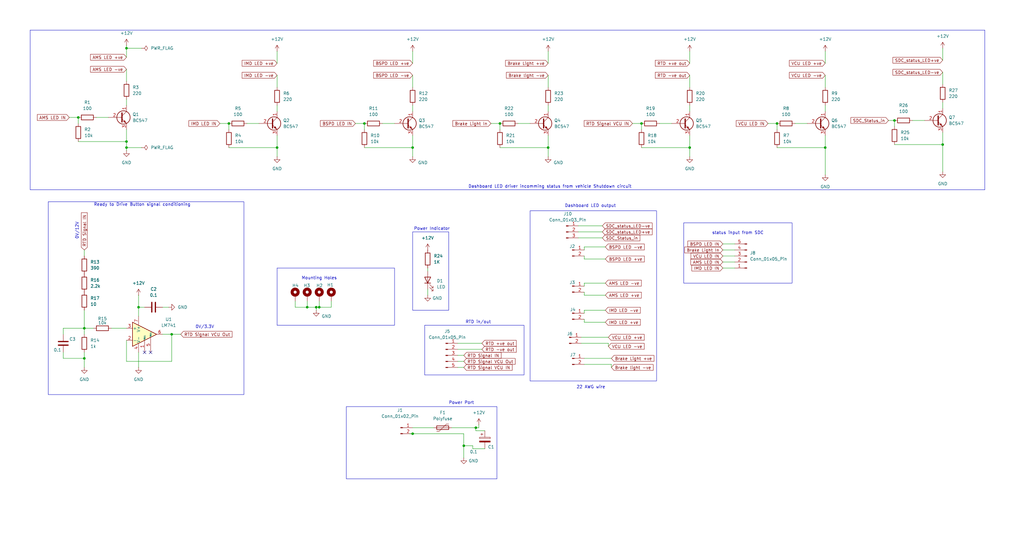
<source format=kicad_sch>
(kicad_sch (version 20231120) (generator "eeschema") (generator_version "8.0")
  (paper "User" 431.8 228.6)
  (lib_symbols
    (symbol "Amplifier_Operational:LM741" (pin_names (offset 0.127))
      (property "Reference" "U" (at 0 6.35 0))
      (property "Value" "LM741" (at 0 3.81 0))
      (symbol "LM741_0_1"
        (polyline (pts (xy -5.08 5.08) (xy 5.08 0) (xy -5.08 -5.08) (xy -5.08 5.08)) (stroke (width 0.254)) (fill (type background)))
      )
      (symbol "LM741_1_1"
        (pin input line (at 0 -7.62 90) (length 5.08) (name "NULL") (number "1"))
        (pin input line (at -7.62 -2.54 0) (length 2.54) (name "-") (number "2"))
        (pin input line (at -7.62 2.54 0) (length 2.54) (name "+") (number "3"))
        (pin power_in line (at -2.54 -7.62 90) (length 3.81) (name "V-") (number "4"))
        (pin input line (at 2.54 -7.62 90) (length 6.35) (name "NULL") (number "5"))
        (pin output line (at 7.62 0 180) (length 2.54) (name "~") (number "6"))
        (pin power_in line (at -2.54 7.62 270) (length 3.81) (name "V+") (number "7"))
        (pin no_connect line (at 0 2.54 270) (length 2.54) hide (name "NC") (number "8"))
      )
    )
    (symbol "Connector:Conn_01x02_Pin" (pin_names (offset 1.016) hide)
      (property "Reference" "J" (at 0 2.54 0))
      (property "Value" "Conn_01x02_Pin" (at 0 -5.08 0))
      (symbol "Conn_01x02_Pin_1_1"
        (polyline (pts (xy 1.27 -2.54) (xy 0.8636 -2.54)) (stroke (width 0.1524)))
        (polyline (pts (xy 1.27 0) (xy 0.8636 0)) (stroke (width 0.1524)))
        (rectangle (start 0.8636 -2.413) (end 0 -2.667) (stroke (width 0.1524)) (fill (type outline)))
        (rectangle (start 0.8636 0.127) (end 0 -0.127) (stroke (width 0.1524)) (fill (type outline)))
        (pin passive line (at 5.08 0 180) (length 3.81) (name "Pin_1") (number "1"))
        (pin passive line (at 5.08 -2.54 180) (length 3.81) (name "Pin_2") (number "2"))
      )
    )
    (symbol "Connector:Conn_01x03_Pin" (pin_names (offset 1.016) hide)
      (property "Reference" "J" (at 0 5.08 0))
      (property "Value" "Conn_01x03_Pin" (at 0 -5.08 0))
      (symbol "Conn_01x03_Pin_1_1"
        (polyline (pts (xy 1.27 -2.54) (xy 0.8636 -2.54)) (stroke (width 0.1524)))
        (polyline (pts (xy 1.27 0) (xy 0.8636 0)) (stroke (width 0.1524)))
        (polyline (pts (xy 1.27 2.54) (xy 0.8636 2.54)) (stroke (width 0.1524)))
        (rectangle (start 0.8636 -2.413) (end 0 -2.667) (stroke (width 0.1524)) (fill (type outline)))
        (rectangle (start 0.8636 0.127) (end 0 -0.127) (stroke (width 0.1524)) (fill (type outline)))
        (rectangle (start 0.8636 2.667) (end 0 2.413) (stroke (width 0.1524)) (fill (type outline)))
        (pin passive line (at 5.08 2.54 180) (length 3.81) (name "Pin_1") (number "1"))
        (pin passive line (at 5.08 0 180) (length 3.81) (name "Pin_2") (number "2"))
        (pin passive line (at 5.08 -2.54 180) (length 3.81) (name "Pin_3") (number "3"))
      )
    )
    (symbol "Connector:Conn_01x05_Pin" (pin_names (offset 1.016) hide)
      (property "Reference" "J" (at 0 7.62 0))
      (property "Value" "Conn_01x05_Pin" (at 0 -7.62 0))
      (symbol "Conn_01x05_Pin_1_1"
        (polyline (pts (xy 1.27 -5.08) (xy 0.8636 -5.08)) (stroke (width 0.1524)))
        (polyline (pts (xy 1.27 -2.54) (xy 0.8636 -2.54)) (stroke (width 0.1524)))
        (polyline (pts (xy 1.27 0) (xy 0.8636 0)) (stroke (width 0.1524)))
        (polyline (pts (xy 1.27 2.54) (xy 0.8636 2.54)) (stroke (width 0.1524)))
        (polyline (pts (xy 1.27 5.08) (xy 0.8636 5.08)) (stroke (width 0.1524)))
        (rectangle (start 0.8636 -4.953) (end 0 -5.207) (stroke (width 0.1524)) (fill (type outline)))
        (rectangle (start 0.8636 -2.413) (end 0 -2.667) (stroke (width 0.1524)) (fill (type outline)))
        (rectangle (start 0.8636 0.127) (end 0 -0.127) (stroke (width 0.1524)) (fill (type outline)))
        (rectangle (start 0.8636 2.667) (end 0 2.413) (stroke (width 0.1524)) (fill (type outline)))
        (rectangle (start 0.8636 5.207) (end 0 4.953) (stroke (width 0.1524)) (fill (type outline)))
        (pin passive line (at 5.08 5.08 180) (length 3.81) (name "Pin_1") (number "1"))
        (pin passive line (at 5.08 2.54 180) (length 3.81) (name "Pin_2") (number "2"))
        (pin passive line (at 5.08 0 180) (length 3.81) (name "Pin_3") (number "3"))
        (pin passive line (at 5.08 -2.54 180) (length 3.81) (name "Pin_4") (number "4"))
        (pin passive line (at 5.08 -5.08 180) (length 3.81) (name "Pin_5") (number "5"))
      )
    )
    (symbol "Device:C" (pin_numbers hide) (pin_names (offset 0.254))
      (property "Reference" "C" (at 0.635 2.54 0))
      (property "Value" "C" (at 0.635 -2.54 0))
      (symbol "C_0_1"
        (polyline (pts (xy -2.032 -0.762) (xy 2.032 -0.762)) (stroke (width 0.508)))
        (polyline (pts (xy -2.032 0.762) (xy 2.032 0.762)) (stroke (width 0.508)))
      )
      (symbol "C_1_1"
        (pin passive line (at 0 3.81 270) (length 2.794) (name "~") (number "1"))
        (pin passive line (at 0 -3.81 90) (length 2.794) (name "~") (number "2"))
      )
    )
    (symbol "Device:C_Polarized" (pin_numbers hide) (pin_names (offset 0.254))
      (property "Reference" "C" (at 0.635 2.54 0))
      (property "Value" "C_Polarized" (at 0.635 -2.54 0))
      (symbol "C_Polarized_0_1"
        (rectangle (start -2.286 0.508) (end 2.286 1.016))
        (polyline (pts (xy -1.778 2.286) (xy -0.762 2.286)))
        (polyline (pts (xy -1.27 2.794) (xy -1.27 1.778)))
        (rectangle (start 2.286 -0.508) (end -2.286 -1.016) (fill (type outline)))
      )
      (symbol "C_Polarized_1_1"
        (pin passive line (at 0 3.81 270) (length 2.794) (name "~") (number "1"))
        (pin passive line (at 0 -3.81 90) (length 2.794) (name "~") (number "2"))
      )
    )
    (symbol "Device:LED" (pin_numbers hide) (pin_names (offset 1.016) hide)
      (property "Reference" "D" (at 0 2.54 0))
      (property "Value" "LED" (at 0 -2.54 0))
      (symbol "LED_0_1"
        (polyline (pts (xy -1.27 -1.27) (xy -1.27 1.27)) (stroke (width 0.254)))
        (polyline (pts (xy -1.27 0) (xy 1.27 0)))
        (polyline (pts (xy 1.27 -1.27) (xy 1.27 1.27) (xy -1.27 0) (xy 1.27 -1.27)) (stroke (width 0.254)))
        (polyline (pts (xy -3.048 -0.762) (xy -4.572 -2.286) (xy -3.81 -2.286) (xy -4.572 -2.286) (xy -4.572 -1.524)))
        (polyline (pts (xy -1.778 -0.762) (xy -3.302 -2.286) (xy -2.54 -2.286) (xy -3.302 -2.286) (xy -3.302 -1.524)))
      )
      (symbol "LED_1_1"
        (pin passive line (at -3.81 0 0) (length 2.54) (name "K") (number "1"))
        (pin passive line (at 3.81 0 180) (length 2.54) (name "A") (number "2"))
      )
    )
    (symbol "Device:Polyfuse" (pin_numbers hide) (pin_names (offset 0))
      (property "Reference" "F" (at -2.54 0 90))
      (property "Value" "Polyfuse" (at 2.54 0 90))
      (symbol "Polyfuse_0_1"
        (rectangle (start -0.762 2.54) (end 0.762 -2.54) (stroke (width 0.254)))
        (polyline (pts (xy 0 2.54) (xy 0 -2.54)))
        (polyline (pts (xy -1.524 2.54) (xy -1.524 1.524) (xy 1.524 -1.524) (xy 1.524 -2.54)))
      )
      (symbol "Polyfuse_1_1"
        (pin passive line (at 0 3.81 270) (length 1.27) (name "~") (number "1"))
        (pin passive line (at 0 -3.81 90) (length 1.27) (name "~") (number "2"))
      )
    )
    (symbol "Device:R" (pin_numbers hide) (pin_names (offset 0))
      (property "Reference" "R" (at 2.032 0 90))
      (property "Value" "R" (at 0 0 90))
      (symbol "R_0_1"
        (rectangle (start -1.016 -2.54) (end 1.016 2.54) (stroke (width 0.254)))
      )
      (symbol "R_1_1"
        (pin passive line (at 0 3.81 270) (length 1.27) (name "~") (number "1"))
        (pin passive line (at 0 -3.81 90) (length 1.27) (name "~") (number "2"))
      )
    )
    (symbol "Mechanical:MountingHole_Pad_MP" (pin_numbers hide) (pin_names (offset 1.016) hide) (exclude_from_sim yes) (in_bom no)
      (property "Reference" "H" (at 0 6.35 0))
      (property "Value" "MountingHole_Pad_MP" (at 0 4.445 0))
      (symbol "MountingHole_Pad_MP_0_1"
        (circle (center 0 1.27) (radius 1.27) (stroke (width 1.27)))
      )
      (symbol "MountingHole_Pad_MP_1_1"
        (pin input line (at 0 -2.54 90) (length 2.54) (name "MP") (number "MP"))
      )
    )
    (symbol "Transistor_BJT:BC547" (pin_names (offset 0) hide)
      (property "Reference" "Q" (at 5.08 1.905 0))
      (property "Value" "BC547" (at 5.08 0 0))
      (symbol "BC547_0_1"
        (polyline (pts (xy 0 0) (xy 0.635 0)))
        (polyline (pts (xy 0.635 0.635) (xy 2.54 2.54)))
        (polyline (pts (xy 0.635 -0.635) (xy 2.54 -2.54) (xy 2.54 -2.54)))
        (polyline (pts (xy 0.635 1.905) (xy 0.635 -1.905) (xy 0.635 -1.905)) (stroke (width 0.508)))
        (polyline (pts (xy 1.27 -1.778) (xy 1.778 -1.27) (xy 2.286 -2.286) (xy 1.27 -1.778) (xy 1.27 -1.778)) (fill (type outline)))
        (circle (center 1.27 0) (radius 2.8194) (stroke (width 0.254)))
      )
      (symbol "BC547_1_1"
        (pin passive line (at 2.54 5.08 270) (length 2.54) (name "C") (number "1"))
        (pin input line (at -5.08 0 0) (length 5.08) (name "B") (number "2"))
        (pin passive line (at 2.54 -5.08 90) (length 2.54) (name "E") (number "3"))
      )
    )
    (symbol "power:+12V" (power) (pin_numbers hide) (pin_names (offset 0) hide)
      (property "Value" "+12V" (at 0 3.556 0))
      (symbol "+12V_0_1"
        (polyline (pts (xy -0.762 1.27) (xy 0 2.54)))
        (polyline (pts (xy 0 0) (xy 0 2.54)))
        (polyline (pts (xy 0 2.54) (xy 0.762 1.27)))
      )
      (symbol "+12V_1_1"
        (pin power_in line (at 0 0 90) (length 0) (name "~") (number "1"))
      )
    )
    (symbol "power:GND" (power) (pin_numbers hide) (pin_names (offset 0) hide)
      (property "Value" "GND" (at 0 -3.81 0))
      (symbol "GND_0_1"
        (polyline (pts (xy 0 0) (xy 0 -1.27) (xy 1.27 -1.27) (xy 0 -2.54) (xy -1.27 -1.27) (xy 0 -1.27)))
      )
      (symbol "GND_1_1"
        (pin power_in line (at 0 0 270) (length 0) (name "~") (number "1"))
      )
    )
    (symbol "power:PWR_FLAG" (power) (pin_numbers hide) (pin_names (offset 0) hide)
      (property "Value" "PWR_FLAG" (at 0 3.81 0))
      (symbol "PWR_FLAG_0_0"
        (pin power_out line (at 0 0 90) (length 0) (name "~") (number "1"))
      )
      (symbol "PWR_FLAG_0_1"
        (polyline (pts (xy 0 0) (xy 0 1.27) (xy -1.016 1.905) (xy 0 2.54) (xy 1.016 1.905) (xy 0 1.27)))
      )
    )
  )
  (junction (at 53.34 59.69))
  (junction (at 53.34 62.23))
  (junction (at 133.35 129.54))
  (junction (at 200.66 180.34))
  (junction (at 377.19 50.8))
  (junction (at 53.34 20.32))
  (junction (at 116.84 62.23))
  (junction (at 397.51 60.96))
  (junction (at 290.83 62.23))
  (junction (at 58.42 129.54))
  (junction (at 129.54 129.54))
  (junction (at 134.62 129.54))
  (junction (at 270.51 52.07))
  (junction (at 231.14 62.23))
  (junction (at 96.52 52.07))
  (junction (at 35.56 138.43))
  (junction (at 195.58 187.96))
  (junction (at 210.82 52.07))
  (junction (at 347.98 62.23))
  (junction (at 173.99 62.23))
  (junction (at 72.39 140.97))
  (junction (at 35.56 151.13))
  (junction (at 33.02 49.53))
  (junction (at 327.66 52.07))
  (junction (at 153.67 52.07))
  (junction (at 173.99 182.88))
  (no_connect (at 63.5 148.59))
  (no_connect (at 60.96 148.59))
  (wire (pts (xy 173.99 62.23) (xy 173.99 66.04)))
  (wire (pts (xy 124.46 129.54) (xy 129.54 129.54)))
  (wire (pts (xy 35.56 148.59) (xy 35.56 151.13)))
  (wire (pts (xy 116.84 62.23) (xy 116.84 66.04)))
  (wire (pts (xy 347.98 21.59) (xy 347.98 26.67)))
  (wire (pts (xy 309.88 110.49) (xy 304.8 110.49)))
  (wire (pts (xy 58.42 124.46) (xy 58.42 129.54)))
  (wire (pts (xy 210.82 52.07) (xy 210.82 54.61)))
  (wire (pts (xy 243.84 97.79) (xy 254 97.79)))
  (wire (pts (xy 278.13 52.07) (xy 283.21 52.07)))
  (wire (pts (xy 397.51 43.18) (xy 397.51 45.72)))
  (wire (pts (xy 246.38 119.38) (xy 246.38 120.65)))
  (wire (pts (xy 116.84 57.15) (xy 116.84 62.23)))
  (wire (pts (xy 246.38 134.62) (xy 246.38 135.89)))
  (wire (pts (xy 255.27 109.22) (xy 246.38 109.22)))
  (wire (pts (xy 256.54 144.78) (xy 256.54 146.05)))
  (wire (pts (xy 72.39 140.97) (xy 72.39 152.4)))
  (wire (pts (xy 26.67 138.43) (xy 35.56 138.43)))
  (wire (pts (xy 246.38 132.08) (xy 246.38 130.81)))
  (wire (pts (xy 347.98 31.75) (xy 347.98 36.83)))
  (wire (pts (xy 246.38 135.89) (xy 255.27 135.89)))
  (wire (pts (xy 92.71 52.07) (xy 96.52 52.07)))
  (wire (pts (xy 290.83 62.23) (xy 290.83 66.04)))
  (wire (pts (xy 270.51 62.23) (xy 290.83 62.23)))
  (wire (pts (xy 193.04 147.32) (xy 203.2 147.32)))
  (wire (pts (xy 207.01 52.07) (xy 210.82 52.07)))
  (wire (pts (xy 53.34 54.61) (xy 53.34 59.69)))
  (wire (pts (xy 384.81 50.8) (xy 389.89 50.8)))
  (wire (pts (xy 200.66 181.61) (xy 200.66 180.34)))
  (wire (pts (xy 180.34 113.03) (xy 180.34 114.3)))
  (wire (pts (xy 129.54 129.54) (xy 133.35 129.54)))
  (wire (pts (xy 246.38 104.14) (xy 246.38 105.41)))
  (wire (pts (xy 129.54 129.54) (xy 129.54 127)))
  (wire (pts (xy 173.99 182.88) (xy 195.58 182.88)))
  (wire (pts (xy 96.52 52.07) (xy 96.52 54.61)))
  (wire (pts (xy 290.83 57.15) (xy 290.83 62.23)))
  (wire (pts (xy 347.98 62.23) (xy 347.98 73.66)))
  (wire (pts (xy 246.38 109.22) (xy 246.38 107.95)))
  (wire (pts (xy 139.7 129.54) (xy 139.7 127)))
  (wire (pts (xy 180.34 121.92) (xy 180.34 124.46)))
  (wire (pts (xy 201.93 179.07) (xy 201.93 180.34)))
  (wire (pts (xy 29.21 49.53) (xy 33.02 49.53)))
  (wire (pts (xy 53.34 152.4) (xy 53.34 143.51)))
  (wire (pts (xy 26.67 151.13) (xy 35.56 151.13)))
  (wire (pts (xy 35.56 130.81) (xy 35.56 138.43)))
  (wire (pts (xy 193.04 154.94) (xy 195.58 154.94)))
  (wire (pts (xy 246.38 153.67) (xy 257.81 153.67)))
  (wire (pts (xy 245.11 144.78) (xy 256.54 144.78)))
  (wire (pts (xy 190.5 180.34) (xy 200.66 180.34)))
  (wire (pts (xy 53.34 20.32) (xy 59.69 20.32)))
  (wire (pts (xy 255.27 124.46) (xy 246.38 124.46)))
  (wire (pts (xy 193.04 152.4) (xy 195.58 152.4)))
  (wire (pts (xy 134.62 129.54) (xy 139.7 129.54)))
  (wire (pts (xy 290.83 44.45) (xy 290.83 46.99)))
  (wire (pts (xy 347.98 57.15) (xy 347.98 62.23)))
  (wire (pts (xy 53.34 62.23) (xy 59.69 62.23)))
  (wire (pts (xy 33.02 59.69) (xy 53.34 59.69)))
  (wire (pts (xy 231.14 21.59) (xy 231.14 26.67)))
  (wire (pts (xy 96.52 62.23) (xy 116.84 62.23)))
  (wire (pts (xy 255.27 104.14) (xy 246.38 104.14)))
  (wire (pts (xy 397.51 55.88) (xy 397.51 60.96)))
  (wire (pts (xy 309.88 113.03) (xy 304.8 113.03)))
  (wire (pts (xy 68.58 129.54) (xy 71.12 129.54)))
  (wire (pts (xy 53.34 19.05) (xy 53.34 20.32)))
  (wire (pts (xy 35.56 138.43) (xy 35.56 140.97)))
  (wire (pts (xy 397.51 20.32) (xy 397.51 25.4)))
  (wire (pts (xy 53.34 59.69) (xy 53.34 62.23)))
  (wire (pts (xy 231.14 44.45) (xy 231.14 46.99)))
  (wire (pts (xy 134.62 129.54) (xy 134.62 127)))
  (wire (pts (xy 35.56 151.13) (xy 35.56 154.94)))
  (wire (pts (xy 161.29 52.07) (xy 166.37 52.07)))
  (wire (pts (xy 53.34 29.21) (xy 53.34 34.29)))
  (wire (pts (xy 290.83 21.59) (xy 290.83 26.67)))
  (wire (pts (xy 270.51 52.07) (xy 270.51 54.61)))
  (wire (pts (xy 133.35 129.54) (xy 133.35 130.81)))
  (wire (pts (xy 246.38 151.13) (xy 257.81 151.13)))
  (wire (pts (xy 58.42 129.54) (xy 58.42 133.35)))
  (wire (pts (xy 72.39 140.97) (xy 76.2 140.97)))
  (wire (pts (xy 173.99 180.34) (xy 182.88 180.34)))
  (wire (pts (xy 199.39 189.23) (xy 199.39 187.96)))
  (wire (pts (xy 35.56 105.41) (xy 35.56 107.95)))
  (wire (pts (xy 266.7 52.07) (xy 270.51 52.07)))
  (wire (pts (xy 201.93 180.34) (xy 200.66 180.34)))
  (wire (pts (xy 309.88 102.87) (xy 304.8 102.87)))
  (wire (pts (xy 195.58 182.88) (xy 195.58 187.96)))
  (wire (pts (xy 231.14 31.75) (xy 231.14 36.83)))
  (wire (pts (xy 397.51 30.48) (xy 397.51 35.56)))
  (wire (pts (xy 58.42 129.54) (xy 60.96 129.54)))
  (wire (pts (xy 133.35 129.54) (xy 134.62 129.54)))
  (wire (pts (xy 149.86 52.07) (xy 153.67 52.07)))
  (wire (pts (xy 173.99 31.75) (xy 173.99 36.83)))
  (wire (pts (xy 173.99 182.88) (xy 172.72 182.88)))
  (wire (pts (xy 290.83 31.75) (xy 290.83 36.83)))
  (wire (pts (xy 33.02 49.53) (xy 33.02 52.07)))
  (wire (pts (xy 193.04 149.86) (xy 195.58 149.86)))
  (wire (pts (xy 231.14 57.15) (xy 231.14 62.23)))
  (wire (pts (xy 116.84 21.59) (xy 116.84 26.67)))
  (wire (pts (xy 173.99 57.15) (xy 173.99 62.23)))
  (wire (pts (xy 153.67 52.07) (xy 153.67 54.61)))
  (wire (pts (xy 397.51 60.96) (xy 397.51 72.39)))
  (wire (pts (xy 46.99 138.43) (xy 53.34 138.43)))
  (wire (pts (xy 173.99 44.45) (xy 173.99 46.99)))
  (wire (pts (xy 53.34 62.23) (xy 53.34 63.5)))
  (wire (pts (xy 195.58 187.96) (xy 195.58 193.04)))
  (wire (pts (xy 53.34 41.91) (xy 53.34 44.45)))
  (wire (pts (xy 26.67 148.59) (xy 26.67 151.13)))
  (wire (pts (xy 309.88 105.41) (xy 304.8 105.41)))
  (wire (pts (xy 35.56 138.43) (xy 39.37 138.43)))
  (wire (pts (xy 245.11 142.24) (xy 256.54 142.24)))
  (wire (pts (xy 243.84 100.33) (xy 254 100.33)))
  (wire (pts (xy 323.85 52.07) (xy 327.66 52.07)))
  (wire (pts (xy 327.66 52.07) (xy 327.66 54.61)))
  (wire (pts (xy 243.84 95.25) (xy 254 95.25)))
  (wire (pts (xy 204.47 189.23) (xy 199.39 189.23)))
  (wire (pts (xy 210.82 62.23) (xy 231.14 62.23)))
  (wire (pts (xy 246.38 124.46) (xy 246.38 123.19)))
  (wire (pts (xy 53.34 20.32) (xy 53.34 24.13)))
  (wire (pts (xy 68.58 140.97) (xy 72.39 140.97)))
  (wire (pts (xy 153.67 62.23) (xy 173.99 62.23)))
  (wire (pts (xy 40.64 49.53) (xy 45.72 49.53)))
  (wire (pts (xy 257.81 153.67) (xy 257.81 154.94)))
  (wire (pts (xy 116.84 44.45) (xy 116.84 46.99)))
  (wire (pts (xy 377.19 60.96) (xy 397.51 60.96)))
  (wire (pts (xy 246.38 130.81) (xy 255.27 130.81)))
  (wire (pts (xy 327.66 62.23) (xy 347.98 62.23)))
  (wire (pts (xy 374.65 50.8) (xy 377.19 50.8)))
  (wire (pts (xy 124.46 127) (xy 124.46 129.54)))
  (wire (pts (xy 72.39 152.4) (xy 53.34 152.4)))
  (wire (pts (xy 309.88 107.95) (xy 304.8 107.95)))
  (wire (pts (xy 218.44 52.07) (xy 223.52 52.07)))
  (wire (pts (xy 58.42 148.59) (xy 58.42 154.94)))
  (wire (pts (xy 173.99 21.59) (xy 173.99 26.67)))
  (wire (pts (xy 199.39 187.96) (xy 195.58 187.96)))
  (wire (pts (xy 26.67 138.43) (xy 26.67 140.97)))
  (wire (pts (xy 347.98 44.45) (xy 347.98 46.99)))
  (wire (pts (xy 377.19 50.8) (xy 377.19 53.34)))
  (wire (pts (xy 231.14 62.23) (xy 231.14 66.04)))
  (wire (pts (xy 193.04 144.78) (xy 203.2 144.78)))
  (wire (pts (xy 104.14 52.07) (xy 109.22 52.07)))
  (wire (pts (xy 204.47 181.61) (xy 200.66 181.61)))
  (wire (pts (xy 335.28 52.07) (xy 340.36 52.07)))
  (wire (pts (xy 255.27 119.38) (xy 246.38 119.38)))
  (wire (pts (xy 116.84 31.75) (xy 116.84 36.83)))
  (rectangle (start 173.99 97.79) (end 189.23 130.81))
  (rectangle (start 146.05 171.45) (end 209.55 201.93))
  (rectangle (start 20.32 85.09) (end 102.87 166.37))
  (rectangle (start 223.52 88.9) (end 276.86 160.655))
  (rectangle (start 116.84 113.03) (end 166.37 137.16))
  (rectangle (start 288.29 93.98) (end 334.01 119.38))
  (rectangle (start 12.7 12.7) (end 415.29 80.01))
  (rectangle (start 179.07 137.16) (end 220.98 158.115))
  (text "Dashboard LED driver incomming status from vehicle Shutdown circuit" (at 231.902 78.74 0) (effects (font (size 1.27 1.27))))
  (text "Mounting Holes\n" (at 134.62 117.348 0) (effects (font (size 1.27 1.27))))
  (text "Ready to Drive Button signal conditioning" (at 59.944 86.36 0) (effects (font (size 1.27 1.27))))
  (text "status input from SDC" (at 311.15 98.298 0) (effects (font (size 1.27 1.27))))
  (text "0V/12V" (at 32.512 97.282 90) (effects (font (size 1.27 1.27))))
  (text "Power Indicator" (at 182.118 96.52 0) (effects (font (size 1.27 1.27))))
  (text "RTD in/out" (at 201.676 135.89 0) (effects (font (size 1.27 1.27))))
  (text "Dashboard LED output\n" (at 248.92 86.868 0) (effects (font (size 1.27 1.27))))
  (text "22 AWG wire" (at 249.174 163.322 0) (effects (font (size 1.27 1.27))))
  (text "Power Port\n" (at 194.564 169.926 0) (effects (font (size 1.27 1.27))))
  (text "0V/3.3V" (at 86.36 137.922 0) (effects (font (size 1.27 1.27))))
  (global_label "BSPD LED +ve" (shape input) (at 255.27 109.22 0) (property "Intersheetrefs" "${INTERSHEET_REFS}" (effects (hide yes))))
  (global_label "BSPD LED -ve" (shape input) (at 255.27 104.14 0) (property "Intersheetrefs" "${INTERSHEET_REFS}" (effects (hide yes))))
  (global_label "SDC_status_LED-ve" (shape input) (at 254 95.25 0) (property "Intersheetrefs" "${INTERSHEET_REFS}" (effects (hide yes))))
  (global_label "SDC_status_LED-ve" (shape input) (at 397.51 30.48 180) (property "Intersheetrefs" "${INTERSHEET_REFS}" (effects (hide yes))))
  (global_label "Brake Light In" (shape input) (at 207.01 52.07 180) (property "Intersheetrefs" "${INTERSHEET_REFS}" (effects (hide yes))))
  (global_label "RTD Signal IN" (shape input) (at 195.58 149.86 0) (property "Intersheetrefs" "${INTERSHEET_REFS}" (effects (hide yes))))
  (global_label "IMD LED IN" (shape input) (at 304.8 113.03 180) (property "Intersheetrefs" "${INTERSHEET_REFS}" (effects (hide yes))))
  (global_label "VCU LED IN" (shape input) (at 323.85 52.07 180) (property "Intersheetrefs" "${INTERSHEET_REFS}" (effects (hide yes))))
  (global_label "RTD Signal VCU IN" (shape input) (at 195.58 154.94 0) (property "Intersheetrefs" "${INTERSHEET_REFS}" (effects (hide yes))))
  (global_label "RTD -ve out" (shape input) (at 290.83 31.75 180) (property "Intersheetrefs" "${INTERSHEET_REFS}" (effects (hide yes))))
  (global_label "BSPD LED -ve" (shape input) (at 173.99 31.75 180) (property "Intersheetrefs" "${INTERSHEET_REFS}" (effects (hide yes))))
  (global_label "RTD Signal VCU Out" (shape input) (at 76.2 140.97 0) (property "Intersheetrefs" "${INTERSHEET_REFS}" (effects (hide yes))))
  (global_label "IMD LED +ve" (shape input) (at 116.84 26.67 180) (property "Intersheetrefs" "${INTERSHEET_REFS}" (effects (hide yes))))
  (global_label "SDC_Status_in" (shape input) (at 374.65 50.8 180) (property "Intersheetrefs" "${INTERSHEET_REFS}" (effects (hide yes))))
  (global_label "RTD +ve out" (shape input) (at 203.2 144.78 0) (property "Intersheetrefs" "${INTERSHEET_REFS}" (effects (hide yes))))
  (global_label "Brake Light In" (shape input) (at 304.8 105.41 180) (property "Intersheetrefs" "${INTERSHEET_REFS}" (effects (hide yes))))
  (global_label "RTD -ve out" (shape input) (at 203.2 147.32 0) (property "Intersheetrefs" "${INTERSHEET_REFS}" (effects (hide yes))))
  (global_label "Brake light -ve" (shape input) (at 257.81 154.94 0) (property "Intersheetrefs" "${INTERSHEET_REFS}" (effects (hide yes))))
  (global_label "Brake light -ve" (shape input) (at 231.14 31.75 180) (property "Intersheetrefs" "${INTERSHEET_REFS}" (effects (hide yes))))
  (global_label "BSPD LED IN" (shape input) (at 304.8 102.87 180) (property "Intersheetrefs" "${INTERSHEET_REFS}" (effects (hide yes))))
  (global_label "IMD LED -ve" (shape input) (at 255.27 130.81 0) (property "Intersheetrefs" "${INTERSHEET_REFS}" (effects (hide yes))))
  (global_label "AMS LED -ve" (shape input) (at 53.34 29.21 180) (property "Intersheetrefs" "${INTERSHEET_REFS}" (effects (hide yes))))
  (global_label "BSPD LED IN" (shape input) (at 149.86 52.07 180) (property "Intersheetrefs" "${INTERSHEET_REFS}" (effects (hide yes))))
  (global_label "RTD Signal IN" (shape input) (at 35.56 105.41 90) (property "Intersheetrefs" "${INTERSHEET_REFS}" (effects (hide yes))))
  (global_label "VCU LED -ve" (shape input) (at 347.98 31.75 180) (property "Intersheetrefs" "${INTERSHEET_REFS}" (effects (hide yes))))
  (global_label "Brake Light +ve" (shape input) (at 231.14 26.67 180) (property "Intersheetrefs" "${INTERSHEET_REFS}" (effects (hide yes))))
  (global_label "IMD LED +ve" (shape input) (at 255.27 135.89 0) (property "Intersheetrefs" "${INTERSHEET_REFS}" (effects (hide yes))))
  (global_label "VCU LED -ve" (shape input) (at 256.54 146.05 0) (property "Intersheetrefs" "${INTERSHEET_REFS}" (effects (hide yes))))
  (global_label "SDC_status_LED+ve" (shape input) (at 397.51 25.4 180) (property "Intersheetrefs" "${INTERSHEET_REFS}" (effects (hide yes))))
  (global_label "IMD LED -ve" (shape input) (at 116.84 31.75 180) (property "Intersheetrefs" "${INTERSHEET_REFS}" (effects (hide yes))))
  (global_label "BSPD LED +ve" (shape input) (at 173.99 26.67 180) (property "Intersheetrefs" "${INTERSHEET_REFS}" (effects (hide yes))))
  (global_label "AMS LED +ve" (shape input) (at 53.34 24.13 180) (property "Intersheetrefs" "${INTERSHEET_REFS}" (effects (hide yes))))
  (global_label "RTD Signal VCU IN" (shape input) (at 266.7 52.07 180) (property "Intersheetrefs" "${INTERSHEET_REFS}" (effects (hide yes))))
  (global_label "RTD Signal VCU Out" (shape input) (at 195.58 152.4 0) (property "Intersheetrefs" "${INTERSHEET_REFS}" (effects (hide yes))))
  (global_label "IMD LED IN" (shape input) (at 92.71 52.07 180) (property "Intersheetrefs" "${INTERSHEET_REFS}" (effects (hide yes))))
  (global_label "AMS LED IN" (shape input) (at 304.8 110.49 180) (property "Intersheetrefs" "${INTERSHEET_REFS}" (effects (hide yes))))
  (global_label "AMS LED +ve" (shape input) (at 255.27 124.46 0) (property "Intersheetrefs" "${INTERSHEET_REFS}" (effects (hide yes))))
  (global_label "VCU LED +ve" (shape input) (at 347.98 26.67 180) (property "Intersheetrefs" "${INTERSHEET_REFS}" (effects (hide yes))))
  (global_label "VCU LED +ve" (shape input) (at 256.54 142.24 0) (property "Intersheetrefs" "${INTERSHEET_REFS}" (effects (hide yes))))
  (global_label "VCU LED IN" (shape input) (at 304.8 107.95 180) (property "Intersheetrefs" "${INTERSHEET_REFS}" (effects (hide yes))))
  (global_label "SDC_Status_in" (shape input) (at 254 100.33 0) (property "Intersheetrefs" "${INTERSHEET_REFS}" (effects (hide yes))))
  (global_label "Brake Light +ve" (shape input) (at 257.81 151.13 0) (property "Intersheetrefs" "${INTERSHEET_REFS}" (effects (hide yes))))
  (global_label "SDC_status_LED+ve" (shape input) (at 254 97.79 0) (property "Intersheetrefs" "${INTERSHEET_REFS}" (effects (hide yes))))
  (global_label "AMS LED IN" (shape input) (at 29.21 49.53 180) (property "Intersheetrefs" "${INTERSHEET_REFS}" (effects (hide yes))))
  (global_label "RTD +ve out" (shape input) (at 290.83 26.67 180) (property "Intersheetrefs" "${INTERSHEET_REFS}" (effects (hide yes))))
  (global_label "AMS LED -ve" (shape input) (at 255.27 119.38 0) (property "Intersheetrefs" "${INTERSHEET_REFS}" (effects (hide yes))))
  (symbol (lib_id "power:+12V") (at 58.42 124.46 0) (unit 1)
    (property "Reference" "#PWR013" (effects (hide yes)))
    (property "Value" "+12V" (at 58.42 119.38 0))
    (property "Description" "Power symbol creates a global label with name \"+12V\"" (effects (hide yes)))
  )
  (symbol (lib_id "Transistor_BJT:BC547") (at 345.44 52.07 0) (unit 1)
    (property "Reference" "Q6" (at 350.52 50.7999 0) (effects (justify left)))
    (property "Value" "BC547" (at 350.52 53.3399 0) (effects (justify left)))
    (property "Footprint" "Package_TO_SOT_THT:TO-92_Inline" (effects (hide yes)))
    (property "Datasheet" "https://www.onsemi.com/pub/Collateral/BC550-D.pdf" (effects (hide yes)))
    (property "Description" "0.1A Ic, 45V Vce, Small Signal NPN Transistor, TO-92" (effects (hide yes)))
  )
  (symbol (lib_id "power:GND") (at 58.42 154.94 0) (unit 1)
    (property "Reference" "#PWR011" (effects (hide yes)))
    (property "Value" "GND" (at 58.42 160.02 0))
    (property "Description" "Power symbol creates a global label with name \"GND\" , ground" (effects (hide yes)))
  )
  (symbol (lib_id "Device:R") (at 173.99 40.64 0) (unit 1)
    (property "Reference" "R12" (at 176.53 39.3699 0) (effects (justify left)))
    (property "Value" "220" (at 176.53 41.9099 0) (effects (justify left)))
    (property "Footprint" "Resistor_THT:R_Axial_DIN0204_L3.6mm_D1.6mm_P7.62mm_Horizontal" (effects (hide yes)))
    (property "Description" "Resistor" (effects (hide yes)))
  )
  (symbol (lib_id "Device:R") (at 331.47 52.07 90) (unit 1)
    (property "Reference" "R8" (at 331.47 45.72 90))
    (property "Value" "100" (at 331.47 48.26 90))
    (property "Footprint" "Resistor_THT:R_Axial_DIN0204_L3.6mm_D1.6mm_P7.62mm_Horizontal" (effects (hide yes)))
    (property "Description" "Resistor" (effects (hide yes)))
  )
  (symbol (lib_id "Connector:Conn_01x02_Pin") (at 241.3 132.08 0) (unit 1)
    (property "Reference" "J4" (at 241.554 130.556 0))
    (property "Value" "Conn_01x02_Pin" (effects (hide yes)))
    (property "Footprint" "Connector_PinHeader_2.54mm:PinHeader_1x02_P2.54mm_Vertical" (effects (hide yes)))
    (property "Description" "Generic connector, single row, 01x02, script generated" (effects (hide yes)))
  )
  (symbol (lib_id "Device:R") (at 96.52 58.42 180) (unit 1)
    (property "Reference" "R4" (at 99.06 57.1499 0) (effects (justify right)))
    (property "Value" "10k" (at 99.06 59.6899 0) (effects (justify right)))
    (property "Footprint" "Resistor_THT:R_Axial_DIN0204_L3.6mm_D1.6mm_P7.62mm_Horizontal" (effects (hide yes)))
    (property "Description" "Resistor" (effects (hide yes)))
  )
  (symbol (lib_id "Device:R") (at 210.82 58.42 180) (unit 1)
    (property "Reference" "R21" (at 213.36 57.1499 0) (effects (justify right)))
    (property "Value" "10k" (at 213.36 59.6899 0) (effects (justify right)))
    (property "Footprint" "Resistor_THT:R_Axial_DIN0204_L3.6mm_D1.6mm_P7.62mm_Horizontal" (effects (hide yes)))
    (property "Description" "Resistor" (effects (hide yes)))
  )
  (symbol (lib_id "Device:R") (at 100.33 52.07 90) (unit 1)
    (property "Reference" "R5" (at 100.33 45.72 90))
    (property "Value" "100" (at 100.33 48.26 90))
    (property "Footprint" "Resistor_THT:R_Axial_DIN0204_L3.6mm_D1.6mm_P7.62mm_Horizontal" (effects (hide yes)))
    (property "Description" "Resistor" (effects (hide yes)))
  )
  (symbol (lib_id "Device:R") (at 214.63 52.07 90) (unit 1)
    (property "Reference" "R22" (at 214.63 45.72 90))
    (property "Value" "100" (at 214.63 48.26 90))
    (property "Footprint" "Resistor_THT:R_Axial_DIN0204_L3.6mm_D1.6mm_P7.62mm_Horizontal" (effects (hide yes)))
    (property "Description" "Resistor" (effects (hide yes)))
  )
  (symbol (lib_id "Device:C") (at 64.77 129.54 90) (unit 1)
    (property "Reference" "C2" (at 64.77 121.92 90))
    (property "Value" "0.1" (at 64.77 124.46 90))
    (property "Footprint" "Capacitor_THT:CP_Radial_D8.0mm_P5.00mm" (effects (hide yes)))
    (property "Description" "Unpolarized capacitor" (effects (hide yes)))
  )
  (symbol (lib_id "Device:R") (at 290.83 40.64 0) (unit 1)
    (property "Reference" "R20" (at 293.37 39.3699 0) (effects (justify left)))
    (property "Value" "220" (at 293.37 41.9099 0) (effects (justify left)))
    (property "Footprint" "Resistor_THT:R_Axial_DIN0204_L3.6mm_D1.6mm_P7.62mm_Horizontal" (effects (hide yes)))
    (property "Description" "Resistor" (effects (hide yes)))
  )
  (symbol (lib_id "Transistor_BJT:BC547") (at 288.29 52.07 0) (unit 1)
    (property "Reference" "Q5" (at 293.37 50.7999 0) (effects (justify left)))
    (property "Value" "BC547" (at 293.37 53.3399 0) (effects (justify left)))
    (property "Footprint" "Package_TO_SOT_THT:TO-92_Inline" (effects (hide yes)))
    (property "Datasheet" "https://www.onsemi.com/pub/Collateral/BC550-D.pdf" (effects (hide yes)))
    (property "Description" "0.1A Ic, 45V Vce, Small Signal NPN Transistor, TO-92" (effects (hide yes)))
  )
  (symbol (lib_id "power:GND") (at 180.34 124.46 0) (unit 1)
    (property "Reference" "#PWR020" (effects (hide yes)))
    (property "Value" "GND" (at 184.404 125.73 0))
    (property "Description" "Power symbol creates a global label with name \"GND\" , ground" (effects (hide yes)))
  )
  (symbol (lib_id "Transistor_BJT:BC547") (at 228.6 52.07 0) (unit 1)
    (property "Reference" "Q4" (at 233.68 50.7999 0) (effects (justify left)))
    (property "Value" "BC547" (at 233.68 53.3399 0) (effects (justify left)))
    (property "Footprint" "Package_TO_SOT_THT:TO-92_Inline" (effects (hide yes)))
    (property "Datasheet" "https://www.onsemi.com/pub/Collateral/BC550-D.pdf" (effects (hide yes)))
    (property "Description" "0.1A Ic, 45V Vce, Small Signal NPN Transistor, TO-92" (effects (hide yes)))
  )
  (symbol (lib_id "Device:R") (at 35.56 119.38 180) (unit 1)
    (property "Reference" "R16" (at 38.1 118.1099 0) (effects (justify right)))
    (property "Value" "2.2k" (at 38.1 120.6499 0) (effects (justify right)))
    (property "Footprint" "Resistor_THT:R_Axial_DIN0204_L3.6mm_D1.6mm_P7.62mm_Horizontal" (effects (hide yes)))
    (property "Description" "Resistor" (effects (hide yes)))
  )
  (symbol (lib_id "Device:R") (at 377.19 57.15 180) (unit 1)
    (property "Reference" "R25" (at 379.73 55.8799 0) (effects (justify right)))
    (property "Value" "10k" (at 379.73 58.4199 0) (effects (justify right)))
    (property "Footprint" "Resistor_THT:R_Axial_DIN0204_L3.6mm_D1.6mm_P7.62mm_Horizontal" (effects (hide yes)))
    (property "Description" "Resistor" (effects (hide yes)))
  )
  (symbol (lib_id "Device:R") (at 270.51 58.42 180) (unit 1)
    (property "Reference" "R18" (at 273.05 57.1499 0) (effects (justify right)))
    (property "Value" "10k" (at 273.05 59.6899 0) (effects (justify right)))
    (property "Footprint" "Resistor_THT:R_Axial_DIN0204_L3.6mm_D1.6mm_P7.62mm_Horizontal" (effects (hide yes)))
    (property "Description" "Resistor" (effects (hide yes)))
  )
  (symbol (lib_id "Device:C_Polarized") (at 204.47 185.42 0) (unit 1)
    (property "Reference" "C1" (at 205.74 188.468 0) (effects (justify left)))
    (property "Value" "0.1" (at 198.12 190.5 0) (effects (justify left)))
    (property "Footprint" "Capacitor_THT:CP_Radial_D8.0mm_P5.00mm" (effects (hide yes)))
    (property "Description" "Polarized capacitor" (effects (hide yes)))
  )
  (symbol (lib_id "Device:R") (at 35.56 144.78 180) (unit 1)
    (property "Reference" "R14" (at 38.1 143.5099 0) (effects (justify right)))
    (property "Value" "1k" (at 38.1 146.0499 0) (effects (justify right)))
    (property "Footprint" "Resistor_THT:R_Axial_DIN0204_L3.6mm_D1.6mm_P7.62mm_Horizontal" (effects (hide yes)))
    (property "Description" "Resistor" (effects (hide yes)))
  )
  (symbol (lib_id "power:GND") (at 71.12 129.54 90) (unit 1)
    (property "Reference" "#PWR023" (effects (hide yes)))
    (property "Value" "GND" (at 74.93 129.5399 90) (effects (justify right)))
    (property "Description" "Power symbol creates a global label with name \"GND\" , ground" (effects (hide yes)))
  )
  (symbol (lib_id "power:+12V") (at 397.51 20.32 0) (unit 1)
    (property "Reference" "#PWR021" (effects (hide yes)))
    (property "Value" "+12V" (at 397.51 15.24 0))
    (property "Description" "Power symbol creates a global label with name \"+12V\"" (effects (hide yes)))
  )
  (symbol (lib_id "Device:R") (at 327.66 58.42 180) (unit 1)
    (property "Reference" "R7" (at 330.2 57.1499 0) (effects (justify right)))
    (property "Value" "10k" (at 330.2 59.6899 0) (effects (justify right)))
    (property "Footprint" "Resistor_THT:R_Axial_DIN0204_L3.6mm_D1.6mm_P7.62mm_Horizontal" (effects (hide yes)))
    (property "Description" "Resistor" (effects (hide yes)))
  )
  (symbol (lib_id "Device:R") (at 157.48 52.07 90) (unit 1)
    (property "Reference" "R11" (at 157.48 45.72 90))
    (property "Value" "100" (at 157.48 48.26 90))
    (property "Footprint" "Resistor_THT:R_Axial_DIN0204_L3.6mm_D1.6mm_P7.62mm_Horizontal" (effects (hide yes)))
    (property "Description" "Resistor" (effects (hide yes)))
  )
  (symbol (lib_id "power:+12V") (at 231.14 21.59 0) (unit 1)
    (property "Reference" "#PWR016" (effects (hide yes)))
    (property "Value" "+12V" (at 231.14 16.51 0))
    (property "Description" "Power symbol creates a global label with name \"+12V\"" (effects (hide yes)))
  )
  (symbol (lib_id "power:+12V") (at 173.99 21.59 0) (unit 1)
    (property "Reference" "#PWR09" (effects (hide yes)))
    (property "Value" "+12V" (at 173.99 16.51 0))
    (property "Description" "Power symbol creates a global label with name \"+12V\"" (effects (hide yes)))
  )
  (symbol (lib_id "Transistor_BJT:BC547") (at 171.45 52.07 0) (unit 1)
    (property "Reference" "Q3" (at 176.53 50.7999 0) (effects (justify left)))
    (property "Value" "BC547" (at 176.53 53.3399 0) (effects (justify left)))
    (property "Footprint" "Package_TO_SOT_THT:TO-92_Inline" (effects (hide yes)))
    (property "Datasheet" "https://www.onsemi.com/pub/Collateral/BC550-D.pdf" (effects (hide yes)))
    (property "Description" "0.1A Ic, 45V Vce, Small Signal NPN Transistor, TO-92" (effects (hide yes)))
  )
  (symbol (lib_id "Connector:Conn_01x02_Pin") (at 241.3 151.13 0) (unit 1)
    (property "Reference" "J7" (at 241.554 149.606 0))
    (property "Value" "Conn_01x02_Pin" (effects (hide yes)))
    (property "Footprint" "Connector_PinHeader_2.54mm:PinHeader_1x02_P2.54mm_Vertical" (effects (hide yes)))
    (property "Description" "Generic connector, single row, 01x02, script generated" (effects (hide yes)))
  )
  (symbol (lib_id "Device:R") (at 35.56 127 180) (unit 1)
    (property "Reference" "R17" (at 38.1 125.7299 0) (effects (justify right)))
    (property "Value" "10" (at 38.1 128.2699 0) (effects (justify right)))
    (property "Footprint" "Resistor_THT:R_Axial_DIN0204_L3.6mm_D1.6mm_P7.62mm_Horizontal" (effects (hide yes)))
    (property "Description" "Resistor" (effects (hide yes)))
  )
  (symbol (lib_id "power:GND") (at 133.35 130.81 0) (unit 1)
    (property "Reference" "#PWR018" (effects (hide yes)))
    (property "Value" "GND" (at 137.668 133.35 0))
    (property "Description" "Power symbol creates a global label with name \"GND\" , ground" (effects (hide yes)))
  )
  (symbol (lib_id "power:GND") (at 195.58 193.04 0) (unit 1)
    (property "Reference" "#PWR07" (effects (hide yes)))
    (property "Value" "GND" (at 199.644 194.31 0))
    (property "Description" "Power symbol creates a global label with name \"GND\" , ground" (effects (hide yes)))
  )
  (symbol (lib_id "power:+12V") (at 201.93 179.07 0) (unit 1)
    (property "Reference" "#PWR08" (effects (hide yes)))
    (property "Value" "+12V" (at 201.93 173.99 0))
    (property "Description" "Power symbol creates a global label with name \"+12V\"" (effects (hide yes)))
  )
  (symbol (lib_id "Connector:Conn_01x05_Pin") (at 314.96 107.95 180) (unit 1)
    (property "Reference" "J8" (at 316.23 106.6799 0) (effects (justify right)))
    (property "Value" "Conn_01x05_Pin" (at 316.23 109.2199 0) (effects (justify right)))
    (property "Footprint" "Connector_PinHeader_2.54mm:PinHeader_1x05_P2.54mm_Vertical" (effects (hide yes)))
    (property "Description" "Generic connector, single row, 01x05, script generated" (effects (hide yes)))
  )
  (symbol (lib_id "Device:R") (at 180.34 109.22 0) (unit 1)
    (property "Reference" "R24" (at 182.88 107.9499 0) (effects (justify left)))
    (property "Value" "1K" (at 182.88 110.4899 0) (effects (justify left)))
    (property "Footprint" "Resistor_THT:R_Axial_DIN0204_L3.6mm_D1.6mm_P7.62mm_Horizontal" (effects (hide yes)))
    (property "Description" "Resistor" (effects (hide yes)))
  )
  (symbol (lib_id "Transistor_BJT:BC547") (at 394.97 50.8 0) (unit 1)
    (property "Reference" "Q7" (at 400.05 49.5299 0) (effects (justify left)))
    (property "Value" "BC547" (at 400.05 52.0699 0) (effects (justify left)))
    (property "Footprint" "Package_TO_SOT_THT:TO-92_Inline" (effects (hide yes)))
    (property "Datasheet" "https://www.onsemi.com/pub/Collateral/BC550-D.pdf" (effects (hide yes)))
    (property "Description" "0.1A Ic, 45V Vce, Small Signal NPN Transistor, TO-92" (effects (hide yes)))
  )
  (symbol (lib_id "Device:R") (at 116.84 40.64 0) (unit 1)
    (property "Reference" "R6" (at 119.38 39.3699 0) (effects (justify left)))
    (property "Value" "220" (at 119.38 41.9099 0) (effects (justify left)))
    (property "Footprint" "Resistor_THT:R_Axial_DIN0204_L3.6mm_D1.6mm_P7.62mm_Horizontal" (effects (hide yes)))
    (property "Description" "Resistor" (effects (hide yes)))
  )
  (symbol (lib_id "Transistor_BJT:BC547") (at 50.8 49.53 0) (unit 1)
    (property "Reference" "Q1" (at 55.88 48.2599 0) (effects (justify left)))
    (property "Value" "BC547" (at 55.88 50.7999 0) (effects (justify left)))
    (property "Footprint" "Package_TO_SOT_THT:TO-92_Inline" (effects (hide yes)))
    (property "Datasheet" "https://www.onsemi.com/pub/Collateral/BC550-D.pdf" (effects (hide yes)))
    (property "Description" "0.1A Ic, 45V Vce, Small Signal NPN Transistor, TO-92" (effects (hide yes)))
  )
  (symbol (lib_id "Device:R") (at 33.02 55.88 180) (unit 1)
    (property "Reference" "R2" (at 35.56 54.6099 0) (effects (justify right)))
    (property "Value" "10k" (at 35.56 57.1499 0) (effects (justify right)))
    (property "Footprint" "Resistor_THT:R_Axial_DIN0204_L3.6mm_D1.6mm_P7.62mm_Horizontal" (effects (hide yes)))
    (property "Description" "Resistor" (effects (hide yes)))
  )
  (symbol (lib_id "Mechanical:MountingHole_Pad_MP") (at 124.46 124.46 0) (unit 1) (exclude_from_sim yes) (in_bom no)
    (property "Reference" "H4" (at 123.19 120.396 0) (effects (justify left)))
    (property "Value" "MountingHole_Pad_MP" (effects (hide yes)))
    (property "Footprint" "MountingHole:MountingHole_3.2mm_M3_ISO7380_Pad" (effects (hide yes)))
    (property "Description" "Mounting Hole with connection as pad named MP" (effects (hide yes)))
  )
  (symbol (lib_id "Device:R") (at 231.14 40.64 0) (unit 1)
    (property "Reference" "R23" (at 233.68 39.3699 0) (effects (justify left)))
    (property "Value" "220" (at 233.68 41.9099 0) (effects (justify left)))
    (property "Footprint" "Resistor_THT:R_Axial_DIN0204_L3.6mm_D1.6mm_P7.62mm_Horizontal" (effects (hide yes)))
    (property "Description" "Resistor" (effects (hide yes)))
  )
  (symbol (lib_id "power:+12V") (at 347.98 21.59 0) (unit 1)
    (property "Reference" "#PWR05" (effects (hide yes)))
    (property "Value" "+12V" (at 347.98 16.51 0))
    (property "Description" "Power symbol creates a global label with name \"+12V\"" (effects (hide yes)))
  )
  (symbol (lib_id "Mechanical:MountingHole_Pad_MP") (at 139.7 124.46 0) (unit 1) (exclude_from_sim yes) (in_bom no)
    (property "Reference" "H1" (at 137.922 120.142 0) (effects (justify left)))
    (property "Value" "MountingHole_Pad_MP" (effects (hide yes)))
    (property "Footprint" "MountingHole:MountingHole_3.2mm_M3_ISO7380_Pad" (effects (hide yes)))
    (property "Description" "Mounting Hole with connection as pad named MP" (effects (hide yes)))
  )
  (symbol (lib_id "power:GND") (at 35.56 154.94 0) (unit 1)
    (property "Reference" "#PWR012" (effects (hide yes)))
    (property "Value" "GND" (at 35.56 160.02 0))
    (property "Description" "Power symbol creates a global label with name \"GND\" , ground" (effects (hide yes)))
  )
  (symbol (lib_id "Amplifier_Operational:LM741") (at 60.96 140.97 0) (unit 1)
    (property "Reference" "U1" (at 71.12 134.6514 0))
    (property "Value" "LM741" (at 71.12 137.1914 0))
    (property "Footprint" "Package_DIP:CERDIP-8_W7.62mm_SideBrazed_Socket" (effects (hide yes)))
    (property "Datasheet" "http://www.ti.com/lit/ds/symlink/lm741.pdf" (effects (hide yes)))
    (property "Description" "Operational Amplifier, DIP-8/TO-99-8" (effects (hide yes)))
  )
  (symbol (lib_id "power:GND") (at 347.98 73.66 0) (unit 1)
    (property "Reference" "#PWR06" (effects (hide yes)))
    (property "Value" "GND" (at 347.98 78.74 0))
    (property "Description" "Power symbol creates a global label with name \"GND\" , ground" (effects (hide yes)))
  )
  (symbol (lib_id "power:GND") (at 116.84 66.04 0) (unit 1)
    (property "Reference" "#PWR04" (effects (hide yes)))
    (property "Value" "GND" (at 116.84 71.12 0))
    (property "Description" "Power symbol creates a global label with name \"GND\" , ground" (effects (hide yes)))
  )
  (symbol (lib_id "Device:R") (at 35.56 111.76 180) (unit 1)
    (property "Reference" "R13" (at 38.1 110.4899 0) (effects (justify right)))
    (property "Value" "390" (at 38.1 113.0299 0) (effects (justify right)))
    (property "Footprint" "Resistor_THT:R_Axial_DIN0204_L3.6mm_D1.6mm_P7.62mm_Horizontal" (effects (hide yes)))
    (property "Description" "Resistor" (effects (hide yes)))
  )
  (symbol (lib_id "power:+12V") (at 290.83 21.59 0) (unit 1)
    (property "Reference" "#PWR014" (effects (hide yes)))
    (property "Value" "+12V" (at 290.83 16.51 0))
    (property "Description" "Power symbol creates a global label with name \"+12V\"" (effects (hide yes)))
  )
  (symbol (lib_id "Device:R") (at 381 50.8 90) (unit 1)
    (property "Reference" "R26" (at 381 44.45 90))
    (property "Value" "100" (at 381 46.99 90))
    (property "Footprint" "Resistor_THT:R_Axial_DIN0204_L3.6mm_D1.6mm_P7.62mm_Horizontal" (effects (hide yes)))
    (property "Description" "Resistor" (effects (hide yes)))
  )
  (symbol (lib_id "Mechanical:MountingHole_Pad_MP") (at 129.54 124.46 0) (unit 1) (exclude_from_sim yes) (in_bom no)
    (property "Reference" "H3" (at 128.016 120.396 0) (effects (justify left)))
    (property "Value" "MountingHole_Pad_MP" (effects (hide yes)))
    (property "Footprint" "MountingHole:MountingHole_3.2mm_M3_ISO7380_Pad" (effects (hide yes)))
    (property "Description" "Mounting Hole with connection as pad named MP" (effects (hide yes)))
  )
  (symbol (lib_id "Device:C") (at 26.67 144.78 180) (unit 1)
    (property "Reference" "C3" (at 29.21 143.002 0) (effects (justify right)))
    (property "Value" "0.1" (at 22.606 147.574 0) (effects (justify right)))
    (property "Footprint" "Capacitor_THT:CP_Radial_D8.0mm_P5.00mm" (effects (hide yes)))
    (property "Description" "Unpolarized capacitor" (effects (hide yes)))
  )
  (symbol (lib_id "Device:LED") (at 180.34 118.11 90) (unit 1)
    (property "Reference" "D1" (at 184.15 118.4274 90) (effects (justify right)))
    (property "Value" "LED" (at 184.15 120.9674 90) (effects (justify right)))
    (property "Footprint" "LED_THT:LED_D5.0mm" (effects (hide yes)))
    (property "Description" "Light emitting diode" (effects (hide yes)))
  )
  (symbol (lib_id "Device:R") (at 53.34 38.1 0) (unit 1)
    (property "Reference" "R3" (at 55.88 36.8299 0) (effects (justify left)))
    (property "Value" "220" (at 55.88 39.3699 0) (effects (justify left)))
    (property "Footprint" "Resistor_THT:R_Axial_DIN0204_L3.6mm_D1.6mm_P7.62mm_Horizontal" (effects (hide yes)))
    (property "Description" "Resistor" (effects (hide yes)))
  )
  (symbol (lib_id "Device:Polyfuse") (at 186.69 180.34 90) (unit 1)
    (property "Reference" "F1" (at 186.69 173.99 90))
    (property "Value" "Polyfuse" (at 186.69 176.53 90))
    (property "Footprint" "Fuse:Fuse_BelFuse_0ZRE0008FF_L8.3mm_W3.8mm" (effects (hide yes)))
    (property "Description" "Resettable fuse, polymeric positive temperature coefficient" (effects (hide yes)))
  )
  (symbol (lib_id "Connector:Conn_01x02_Pin") (at 241.3 120.65 0) (unit 1)
    (property "Reference" "J3" (at 241.3 119.126 0))
    (property "Value" "Conn_01x02_Pin" (effects (hide yes)))
    (property "Footprint" "Connector_PinHeader_2.54mm:PinHeader_1x02_P2.54mm_Vertical" (effects (hide yes)))
    (property "Description" "Generic connector, single row, 01x02, script generated" (effects (hide yes)))
  )
  (symbol (lib_id "power:+12V") (at 53.34 19.05 0) (unit 1)
    (property "Reference" "#PWR01" (effects (hide yes)))
    (property "Value" "+12V" (at 53.34 13.97 0))
    (property "Description" "Power symbol creates a global label with name \"+12V\"" (effects (hide yes)))
  )
  (symbol (lib_id "Device:R") (at 36.83 49.53 90) (unit 1)
    (property "Reference" "R1" (at 36.83 43.18 90))
    (property "Value" "100" (at 36.83 45.72 90))
    (property "Footprint" "Resistor_THT:R_Axial_DIN0204_L3.6mm_D1.6mm_P7.62mm_Horizontal" (effects (hide yes)))
    (property "Description" "Resistor" (effects (hide yes)))
  )
  (symbol (lib_id "power:+12V") (at 180.34 105.41 0) (unit 1)
    (property "Reference" "#PWR019" (effects (hide yes)))
    (property "Value" "+12V" (at 180.34 100.33 0))
    (property "Description" "Power symbol creates a global label with name \"+12V\"" (effects (hide yes)))
  )
  (symbol (lib_id "Connector:Conn_01x05_Pin") (at 187.96 149.86 0) (unit 1)
    (property "Reference" "J5" (at 188.595 139.7 0))
    (property "Value" "Conn_01x05_Pin" (at 188.595 142.24 0))
    (property "Footprint" "Connector_PinHeader_2.54mm:PinHeader_1x05_P2.54mm_Vertical" (effects (hide yes)))
    (property "Description" "Generic connector, single row, 01x05, script generated" (effects (hide yes)))
  )
  (symbol (lib_id "power:+12V") (at 116.84 21.59 0) (unit 1)
    (property "Reference" "#PWR03" (effects (hide yes)))
    (property "Value" "+12V" (at 116.84 16.51 0))
    (property "Description" "Power symbol creates a global label with name \"+12V\"" (effects (hide yes)))
  )
  (symbol (lib_id "power:GND") (at 397.51 72.39 0) (unit 1)
    (property "Reference" "#PWR022" (effects (hide yes)))
    (property "Value" "GND" (at 397.51 77.47 0))
    (property "Description" "Power symbol creates a global label with name \"GND\" , ground" (effects (hide yes)))
  )
  (symbol (lib_id "Connector:Conn_01x02_Pin") (at 241.3 105.41 0) (unit 1)
    (property "Reference" "J2" (at 241.3 103.886 0))
    (property "Value" "Conn_01x02_Pin" (effects (hide yes)))
    (property "Footprint" "Connector_PinHeader_2.54mm:PinHeader_1x02_P2.54mm_Vertical" (effects (hide yes)))
    (property "Description" "Generic connector, single row, 01x02, script generated" (effects (hide yes)))
  )
  (symbol (lib_id "Device:R") (at 43.18 138.43 270) (unit 1)
    (property "Reference" "R15" (at 43.18 134.366 90))
    (property "Value" "10k" (at 43.18 136.144 90))
    (property "Footprint" "Resistor_THT:R_Axial_DIN0204_L3.6mm_D1.6mm_P7.62mm_Horizontal" (effects (hide yes)))
    (property "Description" "Resistor" (effects (hide yes)))
  )
  (symbol (lib_id "Connector:Conn_01x03_Pin") (at 238.76 97.79 0) (unit 1)
    (property "Reference" "J10" (at 239.395 90.17 0))
    (property "Value" "Conn_01x03_Pin" (at 239.395 92.71 0))
    (property "Footprint" "Connector_PinHeader_2.54mm:PinHeader_1x03_P2.54mm_Vertical" (effects (hide yes)))
    (property "Description" "Generic connector, single row, 01x03, script generated" (effects (hide yes)))
  )
  (symbol (lib_id "Mechanical:MountingHole_Pad_MP") (at 134.62 124.46 0) (unit 1) (exclude_from_sim yes) (in_bom no)
    (property "Reference" "H2" (at 133.35 120.396 0) (effects (justify left)))
    (property "Value" "MountingHole_Pad_MP" (effects (hide yes)))
    (property "Footprint" "MountingHole:MountingHole_3.2mm_M3_ISO7380_Pad" (effects (hide yes)))
    (property "Description" "Mounting Hole with connection as pad named MP" (effects (hide yes)))
  )
  (symbol (lib_id "power:GND") (at 173.99 66.04 0) (unit 1)
    (property "Reference" "#PWR010" (effects (hide yes)))
    (property "Value" "GND" (at 178.308 68.58 0))
    (property "Description" "Power symbol creates a global label with name \"GND\" , ground" (effects (hide yes)))
  )
  (symbol (lib_id "power:GND") (at 290.83 66.04 0) (unit 1)
    (property "Reference" "#PWR015" (effects (hide yes)))
    (property "Value" "GND" (at 290.83 71.12 0))
    (property "Description" "Power symbol creates a global label with name \"GND\" , ground" (effects (hide yes)))
  )
  (symbol (lib_id "power:GND") (at 53.34 63.5 0) (unit 1)
    (property "Reference" "#PWR02" (effects (hide yes)))
    (property "Value" "GND" (at 53.34 68.58 0))
    (property "Description" "Power symbol creates a global label with name \"GND\" , ground" (effects (hide yes)))
  )
  (symbol (lib_id "power:PWR_FLAG") (at 59.69 20.32 270) (unit 1)
    (property "Reference" "#FLG01" (effects (hide yes)))
    (property "Value" "PWR_FLAG" (at 63.5 20.3199 90) (effects (justify left)))
    (property "Description" "Special symbol for telling ERC where power comes from" (effects (hide yes)))
  )
  (symbol (lib_id "Device:R") (at 347.98 40.64 0) (unit 1)
    (property "Reference" "R9" (at 350.52 39.3699 0) (effects (justify left)))
    (property "Value" "220" (at 350.52 41.9099 0) (effects (justify left)))
    (property "Footprint" "Resistor_THT:R_Axial_DIN0204_L3.6mm_D1.6mm_P7.62mm_Horizontal" (effects (hide yes)))
    (property "Description" "Resistor" (effects (hide yes)))
  )
  (symbol (lib_id "power:PWR_FLAG") (at 59.69 62.23 270) (unit 1)
    (property "Reference" "#FLG02" (effects (hide yes)))
    (property "Value" "PWR_FLAG" (at 63.5 62.2299 90) (effects (justify left)))
    (property "Description" "Special symbol for telling ERC where power comes from" (effects (hide yes)))
  )
  (symbol (lib_id "power:GND") (at 231.14 66.04 0) (unit 1)
    (property "Reference" "#PWR017" (effects (hide yes)))
    (property "Value" "GND" (at 235.458 68.58 0))
    (property "Description" "Power symbol creates a global label with name \"GND\" , ground" (effects (hide yes)))
  )
  (symbol (lib_id "Connector:Conn_01x02_Pin") (at 168.91 180.34 0) (unit 1)
    (property "Reference" "J1" (at 168.656 172.974 0))
    (property "Value" "Conn_01x02_Pin" (at 168.656 175.514 0))
    (property "Footprint" "Connector_PinHeader_2.54mm:PinHeader_1x02_P2.54mm_Vertical" (effects (hide yes)))
    (property "Description" "Generic connector, single row, 01x02, script generated" (effects (hide yes)))
  )
  (symbol (lib_id "Transistor_BJT:BC547") (at 114.3 52.07 0) (unit 1)
    (property "Reference" "Q2" (at 119.38 50.7999 0) (effects (justify left)))
    (property "Value" "BC547" (at 119.38 53.3399 0) (effects (justify left)))
    (property "Footprint" "Package_TO_SOT_THT:TO-92_Inline" (effects (hide yes)))
    (property "Datasheet" "https://www.onsemi.com/pub/Collateral/BC550-D.pdf" (effects (hide yes)))
    (property "Description" "0.1A Ic, 45V Vce, Small Signal NPN Transistor, TO-92" (effects (hide yes)))
  )
  (symbol (lib_id "Device:R") (at 153.67 58.42 180) (unit 1)
    (property "Reference" "R10" (at 156.21 57.1499 0) (effects (justify right)))
    (property "Value" "10k" (at 156.21 59.6899 0) (effects (justify right)))
    (property "Footprint" "Resistor_THT:R_Axial_DIN0204_L3.6mm_D1.6mm_P7.62mm_Horizontal" (effects (hide yes)))
    (property "Description" "Resistor" (effects (hide yes)))
  )
  (symbol (lib_id "Device:R") (at 274.32 52.07 90) (unit 1)
    (property "Reference" "R19" (at 274.32 45.72 90))
    (property "Value" "100" (at 274.32 48.26 90))
    (property "Footprint" "Resistor_THT:R_Axial_DIN0204_L3.6mm_D1.6mm_P7.62mm_Horizontal" (effects (hide yes)))
    (property "Description" "Resistor" (effects (hide yes)))
  )
  (symbol (lib_id "Connector:Conn_01x02_Pin") (at 240.03 142.24 0) (unit 1)
    (property "Reference" "J6" (at 240.284 140.716 0))
    (property "Value" "Conn_01x02_Pin" (effects (hide yes)))
    (property "Footprint" "Connector_PinHeader_2.54mm:PinHeader_1x02_P2.54mm_Vertical" (effects (hide yes)))
    (property "Description" "Generic connector, single row, 01x02, script generated" (effects (hide yes)))
  )
  (symbol (lib_id "Device:R") (at 397.51 39.37 0) (unit 1)
    (property "Reference" "R27" (at 400.05 38.0999 0) (effects (justify left)))
    (property "Value" "220" (at 400.05 40.6399 0) (effects (justify left)))
    (property "Footprint" "Resistor_THT:R_Axial_DIN0204_L3.6mm_D1.6mm_P7.62mm_Horizontal" (effects (hide yes)))
    (property "Description" "Resistor" (effects (hide yes)))
  )
)
</source>
